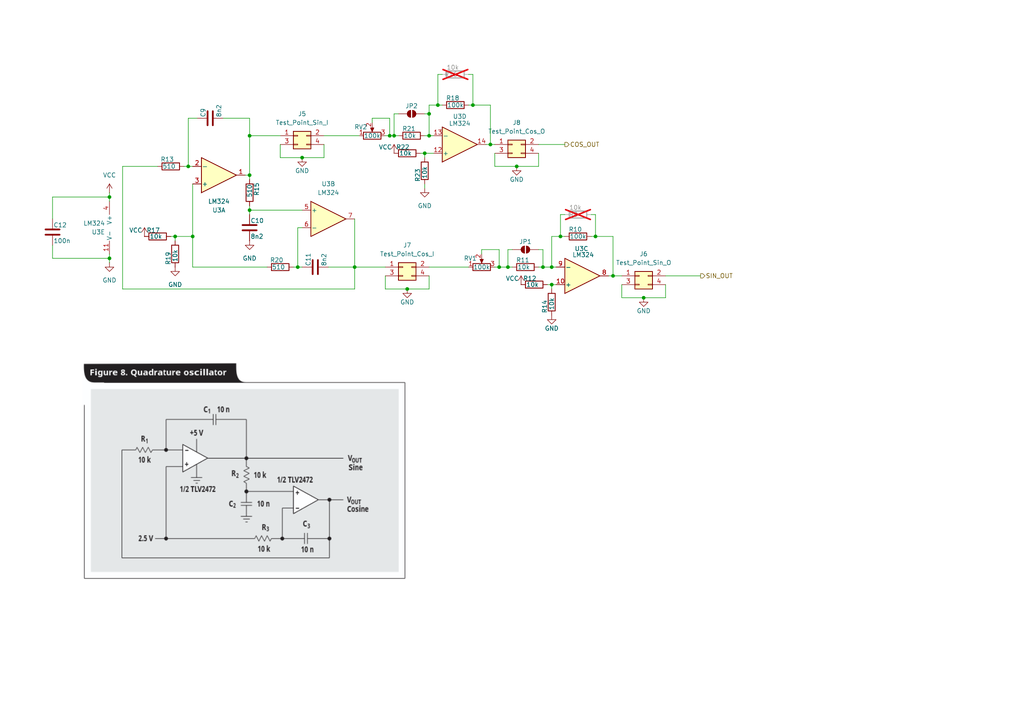
<source format=kicad_sch>
(kicad_sch (version 20250114) (generator "eeschema") (generator_version "9.0")
  (paper "A4")
  (lib_symbols
    (symbol "Amplifier_Operational:LM324" (pin_names (offset 0.127))
      (property "Reference" "U" (at 0 5.08 0))
      (property "Value" "LM324" (at 0 -5.08 0))
      (symbol "LM324_1_1"
        (polyline (pts (xy -5.08 5.08) (xy 5.08 0) (xy -5.08 -5.08) (xy -5.08 5.08)) (stroke (width 0.254)) (fill (type background)))
        (pin input line (at -7.62 2.54 0) (length 2.54) (name "+") (number "3"))
        (pin input line (at -7.62 -2.54 0) (length 2.54) (name "-") (number "2"))
        (pin output line (at 7.62 0 180) (length 2.54) (name "~") (number "1"))
      )
      (symbol "LM324_2_1"
        (polyline (pts (xy -5.08 5.08) (xy 5.08 0) (xy -5.08 -5.08) (xy -5.08 5.08)) (stroke (width 0.254)) (fill (type background)))
        (pin input line (at -7.62 2.54 0) (length 2.54) (name "+") (number "5"))
        (pin input line (at -7.62 -2.54 0) (length 2.54) (name "-") (number "6"))
        (pin output line (at 7.62 0 180) (length 2.54) (name "~") (number "7"))
      )
      (symbol "LM324_3_1"
        (polyline (pts (xy -5.08 5.08) (xy 5.08 0) (xy -5.08 -5.08) (xy -5.08 5.08)) (stroke (width 0.254)) (fill (type background)))
        (pin input line (at -7.62 2.54 0) (length 2.54) (name "+") (number "10"))
        (pin input line (at -7.62 -2.54 0) (length 2.54) (name "-") (number "9"))
        (pin output line (at 7.62 0 180) (length 2.54) (name "~") (number "8"))
      )
      (symbol "LM324_4_1"
        (polyline (pts (xy -5.08 5.08) (xy 5.08 0) (xy -5.08 -5.08) (xy -5.08 5.08)) (stroke (width 0.254)) (fill (type background)))
        (pin input line (at -7.62 2.54 0) (length 2.54) (name "+") (number "12"))
        (pin input line (at -7.62 -2.54 0) (length 2.54) (name "-") (number "13"))
        (pin output line (at 7.62 0 180) (length 2.54) (name "~") (number "14"))
      )
      (symbol "LM324_5_1"
        (pin power_in line (at -2.54 7.62 270) (length 3.81) (name "V+") (number "4"))
        (pin power_in line (at -2.54 -7.62 90) (length 3.81) (name "V-") (number "11"))
      )
    )
    (symbol "Connector_Generic:Conn_02x02_Odd_Even" (pin_names (offset 1.016) (hide yes))
      (property "Reference" "J" (at 1.27 2.54 0))
      (property "Value" "Conn_02x02_Odd_Even" (at 1.27 -5.08 0))
      (symbol "Conn_02x02_Odd_Even_1_1"
        (rectangle (start -1.27 1.27) (end 3.81 -3.81) (stroke (width 0.254)) (fill (type background)))
        (rectangle (start -1.27 0.127) (end 0 -0.127) (stroke (width 0.1524)))
        (rectangle (start -1.27 -2.413) (end 0 -2.667) (stroke (width 0.1524)))
        (rectangle (start 3.81 0.127) (end 2.54 -0.127) (stroke (width 0.1524)))
        (rectangle (start 3.81 -2.413) (end 2.54 -2.667) (stroke (width 0.1524)))
        (pin passive line (at -5.08 0 0) (length 3.81) (name "Pin_1") (number "1"))
        (pin passive line (at -5.08 -2.54 0) (length 3.81) (name "Pin_3") (number "3"))
        (pin passive line (at 7.62 0 180) (length 3.81) (name "Pin_2") (number "2"))
        (pin passive line (at 7.62 -2.54 180) (length 3.81) (name "Pin_4") (number "4"))
      )
    )
    (symbol "Device:C" (pin_numbers (hide yes)) (pin_names (offset 0.254))
      (property "Reference" "C" (at 0.635 2.54 0))
      (property "Value" "C" (at 0.635 -2.54 0))
      (symbol "C_0_1"
        (polyline (pts (xy -2.032 0.762) (xy 2.032 0.762)) (stroke (width 0.508)))
        (polyline (pts (xy -2.032 -0.762) (xy 2.032 -0.762)) (stroke (width 0.508)))
      )
      (symbol "C_1_1"
        (pin passive line (at 0 3.81 270) (length 2.794) (name "~") (number "1"))
        (pin passive line (at 0 -3.81 90) (length 2.794) (name "~") (number "2"))
      )
    )
    (symbol "Device:R" (pin_numbers (hide yes)) (pin_names (offset 0))
      (property "Reference" "R" (at 2.032 0 90))
      (property "Value" "R" (at 0 0 90))
      (symbol "R_0_1"
        (rectangle (start -1.016 -2.54) (end 1.016 2.54) (stroke (width 0.254)))
      )
      (symbol "R_1_1"
        (pin passive line (at 0 3.81 270) (length 1.27) (name "~") (number "1"))
        (pin passive line (at 0 -3.81 90) (length 1.27) (name "~") (number "2"))
      )
    )
    (symbol "Device:R_Potentiometer" (pin_names (offset 1.016) (hide yes))
      (property "Reference" "RV" (at -4.445 0 90))
      (property "Value" "R_Potentiometer" (at -2.54 0 90))
      (symbol "R_Potentiometer_0_1"
        (rectangle (start 1.016 2.54) (end -1.016 -2.54) (stroke (width 0.254)))
        (polyline (pts (xy 1.143 0) (xy 2.286 0.508) (xy 2.286 -0.508) (xy 1.143 0)) (fill (type outline)))
        (polyline (pts (xy 2.54 0) (xy 1.524 0)))
      )
      (symbol "R_Potentiometer_1_1"
        (pin passive line (at 0 3.81 270) (length 1.27) (name "1") (number "1"))
        (pin passive line (at 0 -3.81 90) (length 1.27) (name "3") (number "3"))
        (pin passive line (at 3.81 0 180) (length 1.27) (name "2") (number "2"))
      )
    )
    (symbol "Jumper:SolderJumper_2_Open" (pin_numbers (hide yes)) (pin_names (offset 0) (hide yes)) (in_bom no)
      (property "Reference" "JP" (at 0 2.032 0))
      (property "Value" "SolderJumper_2_Open" (at 0 -2.54 0))
      (symbol "SolderJumper_2_Open_0_1"
        (polyline (pts (xy -0.254 1.016) (xy -0.254 -1.016)))
        (arc (start -0.254 -1.016) (mid -1.2656 0) (end -0.254 1.016))
        (arc (start -0.254 -1.016) (mid -1.2656 0) (end -0.254 1.016) (fill (type outline)))
        (arc (start 0.254 1.016) (mid 1.2656 0) (end 0.254 -1.016))
        (arc (start 0.254 1.016) (mid 1.2656 0) (end 0.254 -1.016) (fill (type outline)))
        (polyline (pts (xy 0.254 1.016) (xy 0.254 -1.016)))
      )
      (symbol "SolderJumper_2_Open_1_1"
        (pin passive line (at -3.81 0 0) (length 2.54) (name "A") (number "1"))
        (pin passive line (at 3.81 0 180) (length 2.54) (name "B") (number "2"))
      )
    )
    (symbol "power:GND" (power) (pin_numbers (hide yes)) (pin_names (offset 0) (hide yes))
      (property "Value" "GND" (at 0 -3.81 0))
      (symbol "GND_0_1"
        (polyline (pts (xy 0 0) (xy 0 -1.27) (xy 1.27 -1.27) (xy 0 -2.54) (xy -1.27 -1.27) (xy 0 -1.27)))
      )
      (symbol "GND_1_1"
        (pin power_in line (at 0 0 270) (length 0) (name "~") (number "1"))
      )
    )
    (symbol "power:VCC" (power) (pin_numbers (hide yes)) (pin_names (offset 0) (hide yes))
      (property "Value" "VCC" (at 0 3.556 0))
      (symbol "VCC_0_1"
        (polyline (pts (xy -0.762 1.27) (xy 0 2.54)))
        (polyline (pts (xy 0 2.54) (xy 0.762 1.27)))
        (polyline (pts (xy 0 0) (xy 0 2.54)))
      )
      (symbol "VCC_1_1"
        (pin power_in line (at 0 0 90) (length 0) (name "~") (number "1"))
      )
    )
  )
  (junction (at 144.78 77.47))
  (junction (at 142.24 41.91))
  (junction (at 123.19 44.45))
  (junction (at 149.86 48.26))
  (junction (at 160.02 77.47))
  (junction (at 72.39 60.96))
  (junction (at 31.75 57.15))
  (junction (at 124.46 39.37))
  (junction (at 124.46 33.02))
  (junction (at 31.75 74.93))
  (junction (at 54.61 48.26))
  (junction (at 72.39 39.37))
  (junction (at 160.02 82.55))
  (junction (at 86.36 77.47))
  (junction (at 186.69 86.36))
  (junction (at 87.63 45.72))
  (junction (at 172.72 68.58))
  (junction (at 177.8 80.01))
  (junction (at 147.32 77.47))
  (junction (at 55.88 68.58))
  (junction (at 72.39 50.8))
  (junction (at 113.03 39.37))
  (junction (at 127 30.48))
  (junction (at 102.87 77.47))
  (junction (at 50.8 68.58))
  (junction (at 114.3 39.37))
  (junction (at 157.48 77.47))
  (junction (at 162.56 68.58))
  (junction (at 118.11 83.82))
  (junction (at 137.16 30.48))
  (wire (pts (xy 156.21 41.91) (xy 163.83 41.91)))
  (wire (pts (xy 81.28 41.91) (xy 81.28 45.72)))
  (wire (pts (xy 72.39 60.96) (xy 87.63 60.96)))
  (wire (pts (xy 55.88 68.58) (xy 55.88 53.34)))
  (wire (pts (xy 172.72 62.23) (xy 172.72 68.58)))
  (wire (pts (xy 160.02 68.58) (xy 160.02 77.47)))
  (wire (pts (xy 113.03 39.37) (xy 113.03 34.29)))
  (wire (pts (xy 124.46 33.02) (xy 124.46 39.37)))
  (wire (pts (xy 114.3 39.37) (xy 115.57 39.37)))
  (wire (pts (xy 177.8 68.58) (xy 177.8 80.01)))
  (wire (pts (xy 160.02 82.55) (xy 161.29 82.55)))
  (wire (pts (xy 72.39 34.29) (xy 72.39 39.37)))
  (wire (pts (xy 142.24 41.91) (xy 140.97 41.91)))
  (wire (pts (xy 128.27 21.59) (xy 127 21.59)))
  (wire (pts (xy 144.78 72.39) (xy 144.78 77.47)))
  (wire (pts (xy 102.87 77.47) (xy 102.87 63.5)))
  (wire (pts (xy 160.02 77.47) (xy 161.29 77.47)))
  (wire (pts (xy 180.34 80.01) (xy 177.8 80.01)))
  (wire (pts (xy 143.51 48.26) (xy 149.86 48.26)))
  (wire (pts (xy 124.46 83.82) (xy 124.46 80.01)))
  (wire (pts (xy 104.14 39.37) (xy 93.98 39.37)))
  (wire (pts (xy 142.24 30.48) (xy 142.24 41.91)))
  (wire (pts (xy 107.95 34.29) (xy 113.03 34.29)))
  (wire (pts (xy 123.19 53.34) (xy 123.19 54.61)))
  (wire (pts (xy 121.92 44.45) (xy 123.19 44.45)))
  (wire (pts (xy 87.63 45.72) (xy 93.98 45.72)))
  (wire (pts (xy 123.19 45.72) (xy 123.19 44.45)))
  (wire (pts (xy 171.45 68.58) (xy 172.72 68.58)))
  (wire (pts (xy 72.39 39.37) (xy 81.28 39.37)))
  (wire (pts (xy 128.27 30.48) (xy 127 30.48)))
  (wire (pts (xy 86.36 66.04) (xy 86.36 77.47)))
  (wire (pts (xy 156.21 72.39) (xy 157.48 72.39)))
  (wire (pts (xy 49.53 68.58) (xy 50.8 68.58)))
  (wire (pts (xy 54.61 48.26) (xy 55.88 48.26)))
  (wire (pts (xy 172.72 68.58) (xy 177.8 68.58)))
  (wire (pts (xy 77.47 77.47) (xy 55.88 77.47)))
  (wire (pts (xy 158.75 82.55) (xy 160.02 82.55)))
  (wire (pts (xy 137.16 30.48) (xy 142.24 30.48)))
  (wire (pts (xy 35.56 83.82) (xy 102.87 83.82)))
  (wire (pts (xy 54.61 34.29) (xy 54.61 48.26)))
  (wire (pts (xy 111.76 83.82) (xy 118.11 83.82)))
  (wire (pts (xy 72.39 59.69) (xy 72.39 60.96)))
  (wire (pts (xy 135.89 77.47) (xy 124.46 77.47)))
  (wire (pts (xy 135.89 21.59) (xy 137.16 21.59)))
  (wire (pts (xy 193.04 86.36) (xy 193.04 82.55)))
  (wire (pts (xy 137.16 21.59) (xy 137.16 30.48)))
  (wire (pts (xy 163.83 68.58) (xy 162.56 68.58)))
  (wire (pts (xy 160.02 83.82) (xy 160.02 82.55)))
  (wire (pts (xy 163.83 62.23) (xy 162.56 62.23)))
  (wire (pts (xy 81.28 45.72) (xy 87.63 45.72)))
  (wire (pts (xy 15.24 63.5) (xy 15.24 57.15)))
  (wire (pts (xy 123.19 39.37) (xy 124.46 39.37)))
  (wire (pts (xy 114.3 33.02) (xy 114.3 39.37)))
  (wire (pts (xy 72.39 34.29) (xy 64.77 34.29)))
  (wire (pts (xy 86.36 77.47) (xy 87.63 77.47)))
  (wire (pts (xy 143.51 44.45) (xy 143.51 48.26)))
  (wire (pts (xy 72.39 50.8) (xy 72.39 52.07)))
  (wire (pts (xy 162.56 68.58) (xy 160.02 68.58)))
  (wire (pts (xy 15.24 57.15) (xy 31.75 57.15)))
  (wire (pts (xy 31.75 76.2) (xy 31.75 74.93)))
  (wire (pts (xy 139.7 72.39) (xy 144.78 72.39)))
  (wire (pts (xy 118.11 83.82) (xy 124.46 83.82)))
  (wire (pts (xy 107.95 34.29) (xy 107.95 35.56)))
  (wire (pts (xy 35.56 48.26) (xy 45.72 48.26)))
  (wire (pts (xy 157.48 72.39) (xy 157.48 77.47)))
  (wire (pts (xy 124.46 39.37) (xy 125.73 39.37)))
  (wire (pts (xy 35.56 48.26) (xy 35.56 83.82)))
  (wire (pts (xy 93.98 45.72) (xy 93.98 41.91)))
  (wire (pts (xy 95.25 77.47) (xy 102.87 77.47)))
  (wire (pts (xy 72.39 39.37) (xy 72.39 50.8)))
  (wire (pts (xy 162.56 62.23) (xy 162.56 68.58)))
  (wire (pts (xy 87.63 66.04) (xy 86.36 66.04)))
  (wire (pts (xy 123.19 33.02) (xy 124.46 33.02)))
  (wire (pts (xy 135.89 30.48) (xy 137.16 30.48)))
  (wire (pts (xy 148.59 72.39) (xy 147.32 72.39)))
  (wire (pts (xy 193.04 80.01) (xy 203.2 80.01)))
  (wire (pts (xy 85.09 77.47) (xy 86.36 77.47)))
  (wire (pts (xy 180.34 82.55) (xy 180.34 86.36)))
  (wire (pts (xy 50.8 69.85) (xy 50.8 68.58)))
  (wire (pts (xy 31.75 57.15) (xy 31.75 58.42)))
  (wire (pts (xy 144.78 77.47) (xy 147.32 77.47)))
  (wire (pts (xy 157.48 77.47) (xy 160.02 77.47)))
  (wire (pts (xy 124.46 30.48) (xy 124.46 33.02)))
  (wire (pts (xy 50.8 68.58) (xy 55.88 68.58)))
  (wire (pts (xy 31.75 55.88) (xy 31.75 57.15)))
  (wire (pts (xy 55.88 77.47) (xy 55.88 68.58)))
  (wire (pts (xy 149.86 48.26) (xy 156.21 48.26)))
  (wire (pts (xy 180.34 86.36) (xy 186.69 86.36)))
  (wire (pts (xy 72.39 50.8) (xy 71.12 50.8)))
  (wire (pts (xy 144.78 77.47) (xy 143.51 77.47)))
  (wire (pts (xy 72.39 60.96) (xy 72.39 62.23)))
  (wire (pts (xy 113.03 39.37) (xy 114.3 39.37)))
  (wire (pts (xy 102.87 77.47) (xy 102.87 83.82)))
  (wire (pts (xy 57.15 34.29) (xy 54.61 34.29)))
  (wire (pts (xy 113.03 39.37) (xy 111.76 39.37)))
  (wire (pts (xy 15.24 71.12) (xy 15.24 74.93)))
  (wire (pts (xy 31.75 74.93) (xy 31.75 73.66)))
  (wire (pts (xy 114.3 33.02) (xy 115.57 33.02)))
  (wire (pts (xy 139.7 72.39) (xy 139.7 73.66)))
  (wire (pts (xy 186.69 86.36) (xy 193.04 86.36)))
  (wire (pts (xy 127 30.48) (xy 124.46 30.48)))
  (wire (pts (xy 123.19 44.45) (xy 125.73 44.45)))
  (wire (pts (xy 15.24 74.93) (xy 31.75 74.93)))
  (wire (pts (xy 102.87 77.47) (xy 111.76 77.47)))
  (wire (pts (xy 127 21.59) (xy 127 30.48)))
  (wire (pts (xy 143.51 41.91) (xy 142.24 41.91)))
  (wire (pts (xy 111.76 80.01) (xy 111.76 83.82)))
  (wire (pts (xy 177.8 80.01) (xy 176.53 80.01)))
  (wire (pts (xy 53.34 48.26) (xy 54.61 48.26)))
  (wire (pts (xy 171.45 62.23) (xy 172.72 62.23)))
  (wire (pts (xy 156.21 48.26) (xy 156.21 44.45)))
  (wire (pts (xy 147.32 72.39) (xy 147.32 77.47)))
  (wire (pts (xy 156.21 77.47) (xy 157.48 77.47)))
  (wire (pts (xy 147.32 77.47) (xy 148.59 77.47)))
  (image (at 69.85 137.16) (scale 2.00749))
  (hierarchical_label "SIN_OUT" (shape output) (at 203.2 80.01 0))
  (hierarchical_label "COS_OUT" (shape output) (at 163.83 41.91 0))
  (symbol (lib_id "Connector_Generic:Conn_02x02_Odd_Even") (at 185.42 80.01 0) (unit 1)
    (property "Reference" "J6" (at 186.69 73.66 0))
    (property "Value" "Test_Point_Sin_O" (at 186.69 76.2 0))
    (property "Footprint" "Connector_PinHeader_2.54mm:PinHeader_2x02_P2.54mm_Vertical" (effects (hide yes)))
    (property "Description" "Generic connector, double row, 02x02, odd/even pin numbering scheme (row 1 odd numbers, row 2 even numbers), script generated (kicad-library-utils/schlib/autogen/connector/)" (effects (hide yes)))
  )
  (symbol (lib_id "Device:R") (at 45.72 68.58 90) (unit 1)
    (property "Reference" "R17" (at 44.45 66.802 90))
    (property "Value" "10k" (at 45.212 68.58 90))
    (property "Footprint" "Resistor_SMD:R_0603_1608Metric_Pad0.98x0.95mm_HandSolder" (effects (hide yes)))
    (property "Description" "Resistor" (effects (hide yes)))
  )
  (symbol (lib_id "Device:R_Potentiometer") (at 139.7 77.47 90) (unit 1)
    (property "Reference" "RV1" (at 136.398 74.93 90))
    (property "Value" "100k" (at 139.7 77.47 90))
    (property "Footprint" "Potentiometer_THT:Potentiometer_Bourns_3266Y_Vertical" (effects (hide yes)))
    (property "Description" "Potentiometer" (effects (hide yes)))
  )
  (symbol (lib_id "Device:R") (at 81.28 77.47 90) (mirror x) (unit 1)
    (property "Reference" "R20" (at 80.264 75.438 90))
    (property "Value" "510" (at 80.772 77.47 90))
    (property "Footprint" "Resistor_SMD:R_0603_1608Metric_Pad0.98x0.95mm_HandSolder" (effects (hide yes)))
    (property "Description" "Resistor" (effects (hide yes)))
  )
  (symbol (lib_id "Amplifier_Operational:LM324") (at 133.35 41.91 0) (mirror x) (unit 4)
    (property "Reference" "U3" (at 133.35 33.782 0))
    (property "Value" "LM324" (at 133.35 35.814 0))
    (property "Footprint" "Package_SO:SOIC-14_3.9x8.7mm_P1.27mm" (effects (hide yes)))
    (property "Datasheet" "http://www.ti.com/lit/ds/symlink/lm2902-n.pdf" (effects (hide yes)))
    (property "Description" "Low-Power, Quad-Operational Amplifiers, DIP-14/SOIC-14/SSOP-14" (effects (hide yes)))
  )
  (symbol (lib_id "Device:R") (at 132.08 21.59 90) (unit 1) (dnp yes)
    (property "Reference" "R16" (at 130.81 21.59 90))
    (property "Value" "10k" (at 131.318 19.558 90))
    (property "Footprint" "Resistor_THT:R_Axial_DIN0207_L6.3mm_D2.5mm_P7.62mm_Horizontal" (effects (hide yes)))
    (property "Description" "Resistor" (effects (hide yes)))
  )
  (symbol (lib_id "Device:R") (at 160.02 87.63 180) (unit 1)
    (property "Reference" "R14" (at 157.988 88.9 90))
    (property "Value" "10k" (at 160.02 88.138 90))
    (property "Footprint" "Resistor_SMD:R_0603_1608Metric_Pad0.98x0.95mm_HandSolder" (effects (hide yes)))
    (property "Description" "Resistor" (effects (hide yes)))
  )
  (symbol (lib_id "Device:C") (at 60.96 34.29 90) (unit 1)
    (property "Reference" "C9" (at 58.928 34.036 0) (effects (justify left)))
    (property "Value" "8n2" (at 63.5 34.036 0) (effects (justify left)))
    (property "Footprint" "Capacitor_SMD:C_0603_1608Metric_Pad1.08x0.95mm_HandSolder" (effects (hide yes)))
    (property "Description" "Unpolarized capacitor" (effects (hide yes)))
  )
  (symbol (lib_id "Device:R") (at 132.08 30.48 90) (unit 1)
    (property "Reference" "R18" (at 131.318 28.448 90))
    (property "Value" "100k" (at 132.08 30.48 90))
    (property "Footprint" "Resistor_SMD:R_0603_1608Metric_Pad0.98x0.95mm_HandSolder" (effects (hide yes)))
    (property "Description" "Resistor" (effects (hide yes)))
  )
  (symbol (lib_id "Device:R") (at 118.11 44.45 90) (unit 1)
    (property "Reference" "R22" (at 116.84 42.672 90))
    (property "Value" "10k" (at 117.602 44.45 90))
    (property "Footprint" "Resistor_SMD:R_0603_1608Metric_Pad0.98x0.95mm_HandSolder" (effects (hide yes)))
    (property "Description" "Resistor" (effects (hide yes)))
  )
  (symbol (lib_id "power:GND") (at 160.02 91.44 0) (unit 1)
    (property "Reference" "#PWR020" (effects (hide yes)))
    (property "Value" "GND" (at 160.02 95.25 0))
    (property "Description" "Power symbol creates a global label with name \"GND\" , ground" (effects (hide yes)))
  )
  (symbol (lib_id "Connector_Generic:Conn_02x02_Odd_Even") (at 116.84 77.47 0) (unit 1)
    (property "Reference" "J7" (at 118.11 71.12 0))
    (property "Value" "Test_Point_Cos_I" (at 118.11 73.66 0))
    (property "Footprint" "Connector_PinHeader_2.54mm:PinHeader_2x02_P2.54mm_Vertical" (effects (hide yes)))
    (property "Description" "Generic connector, double row, 02x02, odd/even pin numbering scheme (row 1 odd numbers, row 2 even numbers), script generated (kicad-library-utils/schlib/autogen/connector/)" (effects (hide yes)))
  )
  (symbol (lib_id "Device:R") (at 49.53 48.26 90) (mirror x) (unit 1)
    (property "Reference" "R13" (at 48.514 46.228 90))
    (property "Value" "510" (at 49.022 48.26 90))
    (property "Footprint" "Resistor_SMD:R_0603_1608Metric_Pad0.98x0.95mm_HandSolder" (effects (hide yes)))
    (property "Description" "Resistor" (effects (hide yes)))
  )
  (symbol (lib_id "Device:R_Potentiometer") (at 107.95 39.37 90) (unit 1)
    (property "Reference" "RV2" (at 104.648 36.83 90))
    (property "Value" "100k" (at 107.95 39.37 90))
    (property "Footprint" "Potentiometer_THT:Potentiometer_Bourns_3266Y_Vertical" (effects (hide yes)))
    (property "Description" "Potentiometer" (effects (hide yes)))
  )
  (symbol (lib_id "Device:C") (at 15.24 67.31 0) (unit 1)
    (property "Reference" "C12" (at 15.494 65.278 0) (effects (justify left)))
    (property "Value" "100n" (at 15.494 69.85 0) (effects (justify left)))
    (property "Footprint" "Capacitor_SMD:C_0603_1608Metric_Pad1.08x0.95mm_HandSolder" (effects (hide yes)))
    (property "Description" "Unpolarized capacitor" (effects (hide yes)))
  )
  (symbol (lib_id "Device:R") (at 119.38 39.37 90) (unit 1)
    (property "Reference" "R21" (at 118.618 37.338 90))
    (property "Value" "10k" (at 118.872 39.37 90))
    (property "Footprint" "Resistor_SMD:R_0603_1608Metric_Pad0.98x0.95mm_HandSolder" (effects (hide yes)))
    (property "Description" "Resistor" (effects (hide yes)))
  )
  (symbol (lib_id "Amplifier_Operational:LM324") (at 34.29 66.04 0) (unit 5)
    (property "Reference" "U3" (at 30.48 67.3101 0) (effects (justify right)))
    (property "Value" "LM324" (at 30.48 64.7701 0) (effects (justify right)))
    (property "Footprint" "Package_SO:SOIC-14_3.9x8.7mm_P1.27mm" (effects (hide yes)))
    (property "Datasheet" "http://www.ti.com/lit/ds/symlink/lm2902-n.pdf" (effects (hide yes)))
    (property "Description" "Low-Power, Quad-Operational Amplifiers, DIP-14/SOIC-14/SSOP-14" (effects (hide yes)))
  )
  (symbol (lib_id "Device:R") (at 154.94 82.55 90) (unit 1)
    (property "Reference" "R12" (at 153.67 80.772 90))
    (property "Value" "10k" (at 154.432 82.55 90))
    (property "Footprint" "Resistor_SMD:R_0603_1608Metric_Pad0.98x0.95mm_HandSolder" (effects (hide yes)))
    (property "Description" "Resistor" (effects (hide yes)))
  )
  (symbol (lib_id "Amplifier_Operational:LM324") (at 95.25 63.5 0) (unit 2)
    (property "Reference" "U3" (at 95.25 53.34 0))
    (property "Value" "LM324" (at 95.25 55.88 0))
    (property "Footprint" "Package_SO:SOIC-14_3.9x8.7mm_P1.27mm" (effects (hide yes)))
    (property "Datasheet" "http://www.ti.com/lit/ds/symlink/lm2902-n.pdf" (effects (hide yes)))
    (property "Description" "Low-Power, Quad-Operational Amplifiers, DIP-14/SOIC-14/SSOP-14" (effects (hide yes)))
  )
  (symbol (lib_id "Device:C") (at 72.39 66.04 0) (unit 1)
    (property "Reference" "C10" (at 72.644 64.008 0) (effects (justify left)))
    (property "Value" "8n2" (at 72.644 68.58 0) (effects (justify left)))
    (property "Footprint" "Capacitor_SMD:C_0603_1608Metric_Pad1.08x0.95mm_HandSolder" (effects (hide yes)))
    (property "Description" "Unpolarized capacitor" (effects (hide yes)))
  )
  (symbol (lib_id "power:GND") (at 87.63 45.72 0) (unit 1)
    (property "Reference" "#PWR018" (effects (hide yes)))
    (property "Value" "GND" (at 87.63 49.53 0))
    (property "Description" "Power symbol creates a global label with name \"GND\" , ground" (effects (hide yes)))
  )
  (symbol (lib_id "Device:R") (at 167.64 62.23 90) (unit 1) (dnp yes)
    (property "Reference" "R9" (at 166.37 62.23 90))
    (property "Value" "10k" (at 166.878 60.198 90))
    (property "Footprint" "Resistor_THT:R_Axial_DIN0207_L6.3mm_D2.5mm_P7.62mm_Horizontal" (effects (hide yes)))
    (property "Description" "Resistor" (effects (hide yes)))
  )
  (symbol (lib_id "Amplifier_Operational:LM324") (at 168.91 80.01 0) (mirror x) (unit 3)
    (property "Reference" "U3" (at 168.656 72.136 0))
    (property "Value" "LM324" (at 169.164 73.914 0))
    (property "Footprint" "Package_SO:SOIC-14_3.9x8.7mm_P1.27mm" (effects (hide yes)))
    (property "Datasheet" "http://www.ti.com/lit/ds/symlink/lm2902-n.pdf" (effects (hide yes)))
    (property "Description" "Low-Power, Quad-Operational Amplifiers, DIP-14/SOIC-14/SSOP-14" (effects (hide yes)))
  )
  (symbol (lib_id "Connector_Generic:Conn_02x02_Odd_Even") (at 148.59 41.91 0) (unit 1)
    (property "Reference" "J8" (at 149.86 35.56 0))
    (property "Value" "Test_Point_Cos_O" (at 149.86 38.1 0))
    (property "Footprint" "Connector_PinHeader_2.54mm:PinHeader_2x02_P2.54mm_Vertical" (effects (hide yes)))
    (property "Description" "Generic connector, double row, 02x02, odd/even pin numbering scheme (row 1 odd numbers, row 2 even numbers), script generated (kicad-library-utils/schlib/autogen/connector/)" (effects (hide yes)))
  )
  (symbol (lib_id "Device:R") (at 123.19 49.53 180) (unit 1)
    (property "Reference" "R23" (at 121.158 50.8 90))
    (property "Value" "10k" (at 123.19 50.038 90))
    (property "Footprint" "Resistor_SMD:R_0603_1608Metric_Pad0.98x0.95mm_HandSolder" (effects (hide yes)))
    (property "Description" "Resistor" (effects (hide yes)))
  )
  (symbol (lib_id "Device:R") (at 50.8 73.66 180) (unit 1)
    (property "Reference" "R19" (at 48.768 74.93 90))
    (property "Value" "10k" (at 50.8 74.168 90))
    (property "Footprint" "Resistor_SMD:R_0603_1608Metric_Pad0.98x0.95mm_HandSolder" (effects (hide yes)))
    (property "Description" "Resistor" (effects (hide yes)))
  )
  (symbol (lib_id "Amplifier_Operational:LM324") (at 63.5 50.8 0) (mirror x) (unit 1)
    (property "Reference" "U3" (at 63.5 60.96 0))
    (property "Value" "LM324" (at 63.5 58.42 0))
    (property "Footprint" "Package_SO:SOIC-14_3.9x8.7mm_P1.27mm" (effects (hide yes)))
    (property "Datasheet" "http://www.ti.com/lit/ds/symlink/lm2902-n.pdf" (effects (hide yes)))
    (property "Description" "Low-Power, Quad-Operational Amplifiers, DIP-14/SOIC-14/SSOP-14" (effects (hide yes)))
  )
  (symbol (lib_id "power:GND") (at 186.69 86.36 0) (unit 1)
    (property "Reference" "#PWR019" (effects (hide yes)))
    (property "Value" "GND" (at 186.69 90.17 0))
    (property "Description" "Power symbol creates a global label with name \"GND\" , ground" (effects (hide yes)))
  )
  (symbol (lib_id "power:VCC") (at 31.75 55.88 0) (unit 1)
    (property "Reference" "#PWR021" (effects (hide yes)))
    (property "Value" "VCC" (at 31.75 50.8 0))
    (property "Description" "Power symbol creates a global label with name \"VCC\"" (effects (hide yes)))
  )
  (symbol (lib_id "power:GND") (at 72.39 69.85 0) (unit 1)
    (property "Reference" "#PWR023" (effects (hide yes)))
    (property "Value" "GND" (at 72.39 74.93 0))
    (property "Description" "Power symbol creates a global label with name \"GND\" , ground" (effects (hide yes)))
  )
  (symbol (lib_id "Connector_Generic:Conn_02x02_Odd_Even") (at 86.36 39.37 0) (unit 1)
    (property "Reference" "J5" (at 87.63 33.02 0))
    (property "Value" "Test_Point_Sin_I" (at 87.63 35.56 0))
    (property "Footprint" "Connector_PinHeader_2.54mm:PinHeader_2x02_P2.54mm_Vertical" (effects (hide yes)))
    (property "Description" "Generic connector, double row, 02x02, odd/even pin numbering scheme (row 1 odd numbers, row 2 even numbers), script generated (kicad-library-utils/schlib/autogen/connector/)" (effects (hide yes)))
  )
  (symbol (lib_id "Device:R") (at 167.64 68.58 90) (unit 1)
    (property "Reference" "R10" (at 166.878 66.548 90))
    (property "Value" "100k" (at 167.64 68.58 90))
    (property "Footprint" "Resistor_SMD:R_0603_1608Metric_Pad0.98x0.95mm_HandSolder" (effects (hide yes)))
    (property "Description" "Resistor" (effects (hide yes)))
  )
  (symbol (lib_id "power:VCC") (at 41.91 68.58 0) (unit 1)
    (property "Reference" "#PWR022" (effects (hide yes)))
    (property "Value" "VCC" (at 39.37 66.802 0))
    (property "Description" "Power symbol creates a global label with name \"VCC\"" (effects (hide yes)))
  )
  (symbol (lib_id "power:GND") (at 50.8 77.47 0) (unit 1)
    (property "Reference" "#PWR025" (effects (hide yes)))
    (property "Value" "GND" (at 50.8 82.55 0))
    (property "Description" "Power symbol creates a global label with name \"GND\" , ground" (effects (hide yes)))
  )
  (symbol (lib_id "power:GND") (at 149.86 48.26 0) (unit 1)
    (property "Reference" "#PWR028" (effects (hide yes)))
    (property "Value" "GND" (at 149.86 52.07 0))
    (property "Description" "Power symbol creates a global label with name \"GND\" , ground" (effects (hide yes)))
  )
  (symbol (lib_id "power:GND") (at 118.11 83.82 0) (unit 1)
    (property "Reference" "#PWR027" (effects (hide yes)))
    (property "Value" "GND" (at 118.11 87.63 0))
    (property "Description" "Power symbol creates a global label with name \"GND\" , ground" (effects (hide yes)))
  )
  (symbol (lib_id "Jumper:SolderJumper_2_Open") (at 152.4 72.39 0) (unit 1) (in_bom no)
    (property "Reference" "JP1" (at 152.4 70.104 0))
    (property "Value" "SolderJumper_2_Open" (effects (hide yes)))
    (property "Footprint" "Jumper:SolderJumper-2_P1.3mm_Open_RoundedPad1.0x1.5mm" (effects (hide yes)))
    (property "Description" "Solder Jumper, 2-pole, open" (effects (hide yes)))
  )
  (symbol (lib_id "Jumper:SolderJumper_2_Open") (at 119.38 33.02 0) (unit 1) (in_bom no)
    (property "Reference" "JP2" (at 119.38 30.734 0))
    (property "Value" "SolderJumper_2_Open" (effects (hide yes)))
    (property "Footprint" "Jumper:SolderJumper-2_P1.3mm_Open_RoundedPad1.0x1.5mm" (effects (hide yes)))
    (property "Description" "Solder Jumper, 2-pole, open" (effects (hide yes)))
  )
  (symbol (lib_id "Device:R") (at 72.39 55.88 0) (mirror y) (unit 1)
    (property "Reference" "R15" (at 74.422 54.864 90))
    (property "Value" "510" (at 72.39 55.372 90))
    (property "Footprint" "Resistor_SMD:R_0603_1608Metric_Pad0.98x0.95mm_HandSolder" (effects (hide yes)))
    (property "Description" "Resistor" (effects (hide yes)))
  )
  (symbol (lib_id "power:GND") (at 123.19 54.61 0) (unit 1)
    (property "Reference" "#PWR029" (effects (hide yes)))
    (property "Value" "GND" (at 123.19 59.69 0))
    (property "Description" "Power symbol creates a global label with name \"GND\" , ground" (effects (hide yes)))
  )
  (symbol (lib_id "Device:R") (at 152.4 77.47 90) (unit 1)
    (property "Reference" "R11" (at 151.638 75.438 90))
    (property "Value" "10k" (at 151.892 77.47 90))
    (property "Footprint" "Resistor_SMD:R_0603_1608Metric_Pad0.98x0.95mm_HandSolder" (effects (hide yes)))
    (property "Description" "Resistor" (effects (hide yes)))
  )
  (symbol (lib_id "power:VCC") (at 151.13 82.55 0) (unit 1)
    (property "Reference" "#PWR017" (effects (hide yes)))
    (property "Value" "VCC" (at 148.59 80.772 0))
    (property "Description" "Power symbol creates a global label with name \"VCC\"" (effects (hide yes)))
  )
  (symbol (lib_id "power:GND") (at 31.75 76.2 0) (unit 1)
    (property "Reference" "#PWR024" (effects (hide yes)))
    (property "Value" "GND" (at 31.75 81.28 0))
    (property "Description" "Power symbol creates a global label with name \"GND\" , ground" (effects (hide yes)))
  )
  (symbol (lib_id "power:VCC") (at 114.3 44.45 0) (unit 1)
    (property "Reference" "#PWR026" (effects (hide yes)))
    (property "Value" "VCC" (at 111.76 42.672 0))
    (property "Description" "Power symbol creates a global label with name \"VCC\"" (effects (hide yes)))
  )
  (symbol (lib_id "Device:C") (at 91.44 77.47 90) (unit 1)
    (property "Reference" "C11" (at 89.408 77.216 0) (effects (justify left)))
    (property "Value" "8n2" (at 93.98 77.216 0) (effects (justify left)))
    (property "Footprint" "Capacitor_SMD:C_0603_1608Metric_Pad1.08x0.95mm_HandSolder" (effects (hide yes)))
    (property "Description" "Unpolarized capacitor" (effects (hide yes)))
  )
)
</source>
